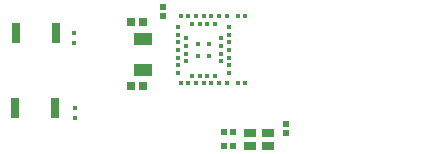
<source format=gtp>
G04*
G04 #@! TF.GenerationSoftware,Altium Limited,Altium Designer,21.6.4 (81)*
G04*
G04 Layer_Color=8421504*
%FSLAX44Y44*%
%MOMM*%
G71*
G04*
G04 #@! TF.SameCoordinates,816F8A91-06EC-47E4-87ED-5788FB9A99D2*
G04*
G04*
G04 #@! TF.FilePolarity,Positive*
G04*
G01*
G75*
%ADD14R,0.3500X0.3500*%
%ADD15R,0.4200X0.4200*%
%ADD16C,0.0100*%
%ADD17R,0.5500X0.5200*%
%ADD18R,0.7200X0.7200*%
%ADD19R,0.3500X0.3600*%
%ADD20R,0.5200X0.5500*%
%ADD21R,0.8000X1.7000*%
%ADD22R,1.5500X1.0000*%
%ADD23R,1.0000X0.8000*%
D14*
X228400Y191900D02*
D03*
X221900D02*
D03*
X212480D02*
D03*
X205980D02*
D03*
X199480D02*
D03*
X192980D02*
D03*
X186480D02*
D03*
X179980D02*
D03*
X173480D02*
D03*
X202730Y185400D02*
D03*
X196230D02*
D03*
X189730D02*
D03*
X183230D02*
D03*
X171600Y183000D02*
D03*
Y176500D02*
D03*
Y163500D02*
D03*
Y157000D02*
D03*
Y144000D02*
D03*
X178100Y173250D02*
D03*
Y160250D02*
D03*
Y153750D02*
D03*
X173480Y135100D02*
D03*
X179980D02*
D03*
X186480D02*
D03*
X192980D02*
D03*
X199480D02*
D03*
X205980D02*
D03*
X212480D02*
D03*
X221900D02*
D03*
X228400D02*
D03*
X183230Y141600D02*
D03*
X189730D02*
D03*
X196230D02*
D03*
X202730D02*
D03*
X214350Y144000D02*
D03*
Y150500D02*
D03*
Y157000D02*
D03*
Y163500D02*
D03*
Y170000D02*
D03*
Y176500D02*
D03*
Y183000D02*
D03*
X207850Y160250D02*
D03*
Y173250D02*
D03*
X171600Y170000D02*
D03*
Y150500D02*
D03*
X178100Y166750D02*
D03*
X207850Y153750D02*
D03*
Y166750D02*
D03*
D15*
X197480Y168700D02*
D03*
X188480D02*
D03*
Y158300D02*
D03*
X197480D02*
D03*
D16*
X375000Y107250D02*
D03*
X362300D02*
D03*
X375000Y119950D02*
D03*
X362300D02*
D03*
X375000Y132650D02*
D03*
X362300D02*
D03*
D17*
X159000Y200000D02*
D03*
Y192000D02*
D03*
X263000Y93000D02*
D03*
Y101000D02*
D03*
D18*
X131650Y132850D02*
D03*
X141850D02*
D03*
Y186850D02*
D03*
X131650D02*
D03*
D19*
X83000Y177950D02*
D03*
Y169550D02*
D03*
X84250Y105550D02*
D03*
Y113950D02*
D03*
D20*
X210000Y82000D02*
D03*
X218000D02*
D03*
Y94000D02*
D03*
X210000D02*
D03*
D21*
X33750Y178000D02*
D03*
X67750D02*
D03*
X67250Y114000D02*
D03*
X33250D02*
D03*
D22*
X141250Y172850D02*
D03*
Y146850D02*
D03*
D23*
X247500Y82500D02*
D03*
X232500D02*
D03*
Y93500D02*
D03*
X247500D02*
D03*
M02*

</source>
